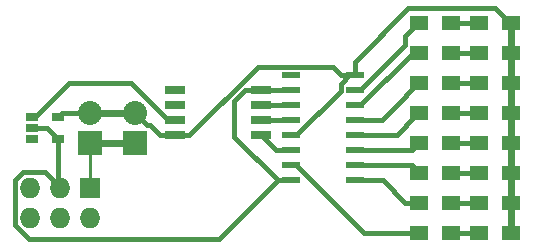
<source format=gbr>
G04 #@! TF.FileFunction,Copper,L1,Top,Signal*
%FSLAX46Y46*%
G04 Gerber Fmt 4.6, Leading zero omitted, Abs format (unit mm)*
G04 Created by KiCad (PCBNEW (2015-12-07 BZR 6352)-product) date Tue 19 Jan 2016 10:31:41 PM EST*
%MOMM*%
G01*
G04 APERTURE LIST*
%ADD10C,0.100000*%
%ADD11R,2.032000X2.032000*%
%ADD12O,2.032000X2.032000*%
%ADD13R,1.060000X0.650000*%
%ADD14R,1.500000X1.300000*%
%ADD15R,1.727200X1.727200*%
%ADD16O,1.727200X1.727200*%
%ADD17R,1.500000X0.600000*%
%ADD18R,1.700000X0.650000*%
%ADD19C,0.381000*%
%ADD20C,0.254000*%
%ADD21C,0.609600*%
G04 APERTURE END LIST*
D10*
D11*
X8890000Y11430000D03*
D12*
X8890000Y13970000D03*
D13*
X3980000Y13650000D03*
X3980000Y12700000D03*
X3980000Y11750000D03*
X6180000Y11750000D03*
X6180000Y13650000D03*
D11*
X12700000Y11430000D03*
D12*
X12700000Y13970000D03*
D14*
X41830000Y3810000D03*
X44530000Y3810000D03*
X41830000Y6350000D03*
X44530000Y6350000D03*
X41830000Y8890000D03*
X44530000Y8890000D03*
X41830000Y11430000D03*
X44530000Y11430000D03*
X41830000Y13970000D03*
X44530000Y13970000D03*
X41830000Y16510000D03*
X44530000Y16510000D03*
X41830000Y19050000D03*
X44530000Y19050000D03*
X41830000Y21590000D03*
X44530000Y21590000D03*
X39450000Y3810000D03*
X36750000Y3810000D03*
X39450000Y6350000D03*
X36750000Y6350000D03*
X39450000Y8890000D03*
X36750000Y8890000D03*
X39450000Y11430000D03*
X36750000Y11430000D03*
X39450000Y13970000D03*
X36750000Y13970000D03*
X39450000Y16510000D03*
X36750000Y16510000D03*
X39450000Y19050000D03*
X36750000Y19050000D03*
X39450000Y21590000D03*
X36750000Y21590000D03*
D15*
X8890000Y7620000D03*
D16*
X8890000Y5080000D03*
X6350000Y7620000D03*
X6350000Y5080000D03*
X3810000Y7620000D03*
X3810000Y5080000D03*
D17*
X31275000Y8255000D03*
X31275000Y9525000D03*
X31275000Y10795000D03*
X31275000Y12065000D03*
X31275000Y13335000D03*
X31275000Y14605000D03*
X31275000Y15875000D03*
X31275000Y17145000D03*
X25875000Y17145000D03*
X25875000Y15875000D03*
X25875000Y14605000D03*
X25875000Y13335000D03*
X25875000Y12065000D03*
X25875000Y10795000D03*
X25875000Y9525000D03*
X25875000Y8255000D03*
D18*
X16035000Y15875000D03*
X16035000Y14605000D03*
X16035000Y13335000D03*
X16035000Y12065000D03*
X23335000Y12065000D03*
X23335000Y13335000D03*
X23335000Y14605000D03*
X23335000Y15875000D03*
D19*
X8890000Y13970000D02*
X6500000Y13970000D01*
X6500000Y13970000D02*
X6180000Y13650000D01*
X16035000Y12065000D02*
X14804000Y12065000D01*
X14804000Y12065000D02*
X13914999Y12954001D01*
X13914999Y12954001D02*
X13715999Y12954001D01*
X13715999Y12954001D02*
X12700000Y13970000D01*
X23087460Y17889501D02*
X17262959Y12065000D01*
X17262959Y12065000D02*
X16035000Y12065000D01*
X29399499Y17889501D02*
X23087460Y17889501D01*
X30144000Y17145000D02*
X29399499Y17889501D01*
X31275000Y17145000D02*
X30144000Y17145000D01*
X25875000Y12065000D02*
X26325000Y12065000D01*
X30080499Y15820499D02*
X30080499Y16400499D01*
X26325000Y12065000D02*
X30080499Y15820499D01*
X30080499Y16400499D02*
X30825000Y17145000D01*
X30825000Y17145000D02*
X31275000Y17145000D01*
X35819898Y22860000D02*
X43160000Y22860000D01*
X43160000Y22860000D02*
X44430000Y21590000D01*
X44430000Y21590000D02*
X44530000Y21590000D01*
X31275000Y18315102D02*
X35819898Y22860000D01*
X31275000Y17145000D02*
X31275000Y18315102D01*
D20*
X44599860Y19050000D02*
X44599860Y16510000D01*
X44599860Y16510000D02*
X44599860Y13970000D01*
X44599860Y13970000D02*
X44599860Y11430000D01*
X44599860Y11430000D02*
X44599860Y8890000D01*
X44599860Y8890000D02*
X44599860Y6350000D01*
X44599860Y6350000D02*
X44599860Y3810000D01*
X44599860Y21590000D02*
X44599860Y19050000D01*
D21*
X12700000Y13970000D02*
X8890000Y13970000D01*
X44530000Y21590000D02*
X44530000Y19050000D01*
X44530000Y6350000D02*
X44530000Y3810000D01*
X44530000Y8890000D02*
X44530000Y6350000D01*
X44530000Y11430000D02*
X44530000Y8890000D01*
X44530000Y13970000D02*
X44530000Y11430000D01*
X44530000Y16510000D02*
X44530000Y13970000D01*
X44530000Y19050000D02*
X44530000Y16510000D01*
D20*
X12700000Y13970000D02*
X13208000Y13970000D01*
D19*
X6350000Y3302000D02*
X19791000Y3302000D01*
X19791000Y3302000D02*
X24744000Y8255000D01*
X24744000Y8255000D02*
X25875000Y8255000D01*
D20*
X6350000Y3302000D02*
X10668000Y3302000D01*
D19*
X6350000Y7620000D02*
X5041899Y8928101D01*
X5041899Y8928101D02*
X3182111Y8928101D01*
X3182111Y8928101D02*
X2501899Y8247889D01*
X2501899Y8247889D02*
X2501899Y4452111D01*
X2501899Y4452111D02*
X3652010Y3302000D01*
X3652010Y3302000D02*
X6350000Y3302000D01*
X6180000Y11750000D02*
X6180000Y7790000D01*
X6180000Y7790000D02*
X6350000Y7620000D01*
X6180000Y11750000D02*
X5230000Y12700000D01*
X5230000Y12700000D02*
X3980000Y12700000D01*
X21082000Y14986000D02*
X21971000Y15875000D01*
X21971000Y15875000D02*
X23335000Y15875000D01*
X21082000Y11917000D02*
X21082000Y14986000D01*
X24744000Y8255000D02*
X21082000Y11917000D01*
X23335000Y15875000D02*
X25875000Y15875000D01*
X16035000Y13335000D02*
X15496542Y13335000D01*
X15496542Y13335000D02*
X12321542Y16510000D01*
X12321542Y16510000D02*
X7045000Y16510000D01*
X4185000Y13650000D02*
X3980000Y13650000D01*
X7045000Y16510000D02*
X4185000Y13650000D01*
X23335000Y12065000D02*
X24605000Y10795000D01*
X24605000Y10795000D02*
X25875000Y10795000D01*
X23335000Y13335000D02*
X25875000Y13335000D01*
X23335000Y14605000D02*
X25875000Y14605000D01*
X25875000Y9525000D02*
X26325000Y9525000D01*
X35619000Y3810000D02*
X36750000Y3810000D01*
X26325000Y9525000D02*
X32040000Y3810000D01*
X32040000Y3810000D02*
X35619000Y3810000D01*
X35560000Y6350000D02*
X36750000Y6350000D01*
X31275000Y8255000D02*
X33655000Y8255000D01*
X33655000Y8255000D02*
X35560000Y6350000D01*
X31275000Y9525000D02*
X36115000Y9525000D01*
X36115000Y9525000D02*
X36750000Y8890000D01*
X31275000Y10795000D02*
X36115000Y10795000D01*
X36115000Y10795000D02*
X36750000Y11430000D01*
X31275000Y12065000D02*
X34845000Y12065000D01*
X34845000Y12065000D02*
X35619000Y12839000D01*
X35619000Y12839000D02*
X35619000Y12939000D01*
X35619000Y12939000D02*
X36650000Y13970000D01*
X36650000Y13970000D02*
X36750000Y13970000D01*
X31275000Y13335000D02*
X33575000Y13335000D01*
X33575000Y13335000D02*
X35619000Y15379000D01*
X35619000Y15379000D02*
X35619000Y15479000D01*
X35619000Y15479000D02*
X36650000Y16510000D01*
X36650000Y16510000D02*
X36750000Y16510000D01*
X31275000Y14605000D02*
X31725000Y14605000D01*
X31725000Y14605000D02*
X36170000Y19050000D01*
X36170000Y19050000D02*
X36750000Y19050000D01*
X39450000Y3810000D02*
X41830000Y3810000D01*
D20*
X40100000Y3810000D02*
X41760140Y3810000D01*
D19*
X39450000Y6350000D02*
X41830000Y6350000D01*
D20*
X41760140Y6350000D02*
X40100000Y6350000D01*
D19*
X39450000Y8890000D02*
X41830000Y8890000D01*
D20*
X40100000Y8890000D02*
X41760140Y8890000D01*
D19*
X39450000Y11430000D02*
X41830000Y11430000D01*
D20*
X41760140Y11430000D02*
X40100000Y11430000D01*
D19*
X39450000Y13970000D02*
X41830000Y13970000D01*
D20*
X40100000Y13970000D02*
X41760140Y13970000D01*
D19*
X39450000Y16510000D02*
X41830000Y16510000D01*
D20*
X41760140Y16510000D02*
X40100000Y16510000D01*
D19*
X39450000Y19050000D02*
X41830000Y19050000D01*
D20*
X40100000Y19050000D02*
X41760140Y19050000D01*
D19*
X41830000Y21590000D02*
X39450000Y21590000D01*
D20*
X41760140Y21590000D02*
X40100000Y21590000D01*
D19*
X31275000Y15875000D02*
X31725000Y15875000D01*
X31725000Y15875000D02*
X35555499Y19705499D01*
X35555499Y19705499D02*
X35555499Y20495499D01*
X35555499Y20495499D02*
X36650000Y21590000D01*
X36650000Y21590000D02*
X36750000Y21590000D01*
D20*
X8890000Y7620000D02*
X8890000Y11430000D01*
D21*
X8890000Y11430000D02*
X12700000Y11430000D01*
M02*

</source>
